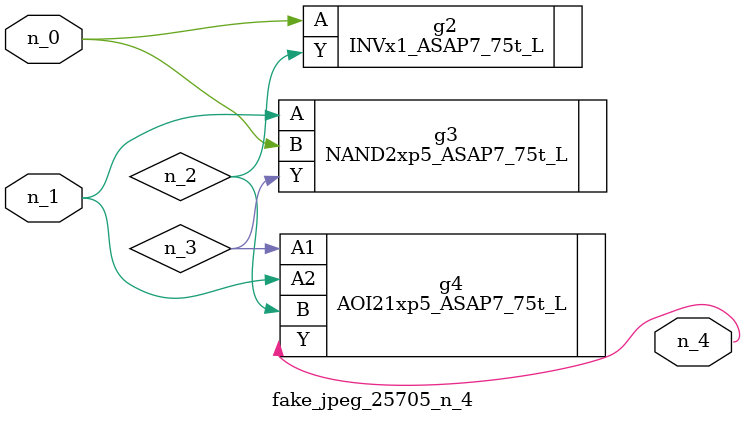
<source format=v>
module fake_jpeg_25705_n_4 (n_0, n_1, n_4);

input n_0;
input n_1;

output n_4;

wire n_3;
wire n_2;

INVx1_ASAP7_75t_L g2 ( 
.A(n_0),
.Y(n_2)
);

NAND2xp5_ASAP7_75t_L g3 ( 
.A(n_1),
.B(n_0),
.Y(n_3)
);

AOI21xp5_ASAP7_75t_L g4 ( 
.A1(n_3),
.A2(n_1),
.B(n_2),
.Y(n_4)
);


endmodule
</source>
